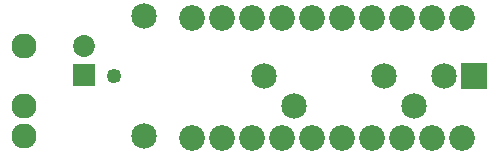
<source format=gts>
G04 MADE WITH FRITZING*
G04 WWW.FRITZING.ORG*
G04 DOUBLE SIDED*
G04 HOLES PLATED*
G04 CONTOUR ON CENTER OF CONTOUR VECTOR*
%ASAXBY*%
%FSLAX23Y23*%
%MOIN*%
%OFA0B0*%
%SFA1.0B1.0*%
%ADD10C,0.072992*%
%ADD11C,0.049370*%
%ADD12C,0.083749*%
%ADD13C,0.085000*%
%ADD14C,0.085334*%
%ADD15R,0.072992X0.072992*%
%ADD16R,0.085000X0.085000*%
%LNMASK1*%
G90*
G70*
G54D10*
X400Y286D03*
X400Y385D03*
X400Y286D03*
X400Y385D03*
G54D11*
X500Y285D03*
G54D12*
X200Y85D03*
X200Y185D03*
X200Y385D03*
X200Y85D03*
X200Y185D03*
X200Y385D03*
G54D13*
X600Y485D03*
X600Y85D03*
X600Y485D03*
X600Y85D03*
X1100Y185D03*
X1500Y185D03*
X1100Y185D03*
X1500Y185D03*
X1000Y285D03*
X1400Y285D03*
X1000Y285D03*
X1400Y285D03*
X1700Y285D03*
X1600Y285D03*
X1700Y285D03*
X1600Y285D03*
G54D14*
X958Y476D03*
X1058Y476D03*
X1158Y476D03*
X1258Y476D03*
X1358Y476D03*
X1458Y476D03*
X1558Y476D03*
X1658Y476D03*
X1058Y76D03*
X1158Y76D03*
X1258Y76D03*
X1358Y76D03*
X1458Y76D03*
X1558Y76D03*
X1658Y76D03*
X958Y76D03*
X858Y476D03*
X857Y76D03*
X758Y476D03*
X758Y76D03*
G54D15*
X400Y286D03*
X400Y286D03*
G54D16*
X1700Y285D03*
X1700Y285D03*
G04 End of Mask1*
M02*
</source>
